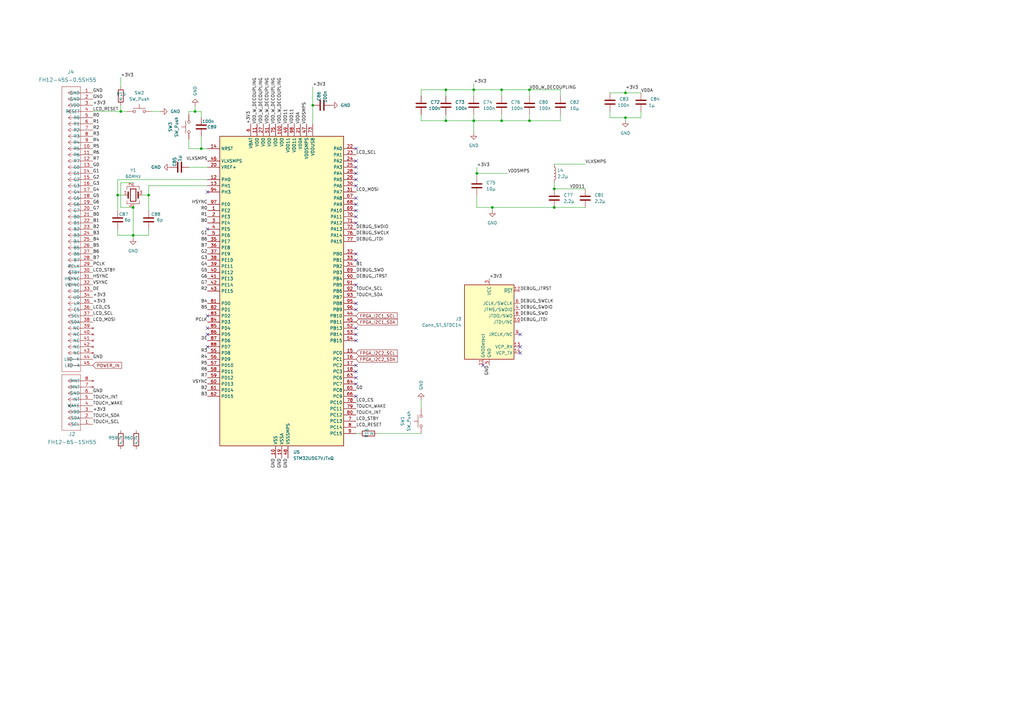
<source format=kicad_sch>
(kicad_sch (version 20250114) (generator "eeschema") (generator_version "9.0")
  (paper "A3")
  (lib_symbols
    (symbol "2025-09-15_09-29-33:FH12-6S-1SH55" (pin_names (offset 0.254))
      (property "Reference" "J" (at 8.89 6.35 0))
      (property "Value" "FH12-6S-1SH55" (at 23.368 6.604 0))
      (symbol "FH12-6S-1SH55_0_1"
        (polyline (pts (xy 5.08 2.54) (xy 5.08 -20.32)) (stroke (width 0.127)))
        (polyline (pts (xy 5.08 -20.32) (xy 12.7 -20.32)) (stroke (width 0.127)))
        (polyline (pts (xy 10.16 0) (xy 5.08 0)) (stroke (width 0.127)))
        (polyline (pts (xy 10.16 0) (xy 8.89 0.8467)) (stroke (width 0.127)))
        (polyline (pts (xy 10.16 0) (xy 8.89 -0.8467)) (stroke (width 0.127)))
        (polyline (pts (xy 10.16 -2.54) (xy 5.08 -2.54)) (stroke (width 0.127)))
        (polyline (pts (xy 10.16 -2.54) (xy 8.89 -1.6933)) (stroke (width 0.127)))
        (polyline (pts (xy 10.16 -2.54) (xy 8.89 -3.3867)) (stroke (width 0.127)))
        (polyline (pts (xy 10.16 -5.08) (xy 5.08 -5.08)) (stroke (width 0.127)))
        (polyline (pts (xy 10.16 -5.08) (xy 8.89 -4.2333)) (stroke (width 0.127)))
        (polyline (pts (xy 10.16 -5.08) (xy 8.89 -5.9267)) (stroke (width 0.127)))
        (polyline (pts (xy 10.16 -7.62) (xy 5.08 -7.62)) (stroke (width 0.127)))
        (polyline (pts (xy 10.16 -7.62) (xy 8.89 -6.7733)) (stroke (width 0.127)))
        (polyline (pts (xy 10.16 -7.62) (xy 8.89 -8.4667)) (stroke (width 0.127)))
        (polyline (pts (xy 10.16 -10.16) (xy 5.08 -10.16)) (stroke (width 0.127)))
        (polyline (pts (xy 10.16 -10.16) (xy 8.89 -9.3133)) (stroke (width 0.127)))
        (polyline (pts (xy 10.16 -10.16) (xy 8.89 -11.0067)) (stroke (width 0.127)))
        (polyline (pts (xy 10.16 -12.7) (xy 5.08 -12.7)) (stroke (width 0.127)))
        (polyline (pts (xy 10.16 -12.7) (xy 8.89 -11.8533)) (stroke (width 0.127)))
        (polyline (pts (xy 10.16 -12.7) (xy 8.89 -13.5467)) (stroke (width 0.127)))
        (polyline (pts (xy 10.16 -15.24) (xy 5.08 -15.24)) (stroke (width 0.127)))
        (polyline (pts (xy 10.16 -15.24) (xy 8.89 -14.3933)) (stroke (width 0.127)))
        (polyline (pts (xy 10.16 -15.24) (xy 8.89 -16.0867)) (stroke (width 0.127)))
        (polyline (pts (xy 10.16 -17.78) (xy 5.08 -17.78)) (stroke (width 0.127)))
        (polyline (pts (xy 10.16 -17.78) (xy 8.89 -16.9333)) (stroke (width 0.127)))
        (polyline (pts (xy 10.16 -17.78) (xy 8.89 -18.6267)) (stroke (width 0.127)))
        (polyline (pts (xy 12.7 2.54) (xy 5.08 2.54)) (stroke (width 0.127)))
        (polyline (pts (xy 12.7 -20.32) (xy 12.7 2.54)) (stroke (width 0.127)))
      )
      (symbol "FH12-6S-1SH55_1_1"
        (pin input line (at 0 0 0) (length 5.08) (name "SCL") (number "1"))
        (pin bidirectional line (at 0 -2.54 0) (length 5.08) (name "SDA") (number "2"))
        (pin power_in line (at 0 -5.08 0) (length 5.08) (name "VDD") (number "3"))
        (pin input line (at 0 -7.62 0) (length 5.08) (name "WAKE") (number "4"))
        (pin output line (at 0 -10.16 0) (length 5.08) (name "INT") (number "5"))
        (pin power_in line (at 0 -12.7 0) (length 5.08) (name "GND") (number "6"))
        (pin no_connect line (at 0 -15.24 0) (length 5.08) (name "MNT") (number "7"))
        (pin no_connect line (at 0 -17.78 0) (length 5.08) (name "MNT") (number "8"))
      )
    )
    (symbol "2025-09-15_10-55-53:FH12-45S-0.5SH55" (pin_names (offset 0.254))
      (property "Reference" "J4" (at 17.78 -55.88 90))
      (property "Value" "FH12-45S-0.5SH55" (at 15.24 -55.88 90))
      (symbol "FH12-45S-0.5SH55_0_1"
        (polyline (pts (xy 5.08 2.54) (xy 5.08 -114.3)) (stroke (width 0.127)))
        (polyline (pts (xy 5.08 -114.3) (xy 12.7 -114.3)) (stroke (width 0.127)))
        (polyline (pts (xy 10.16 0) (xy 5.08 0)) (stroke (width 0.127)))
        (polyline (pts (xy 10.16 0) (xy 8.89 0.8467)) (stroke (width 0.127)))
        (polyline (pts (xy 10.16 0) (xy 8.89 -0.8467)) (stroke (width 0.127)))
        (polyline (pts (xy 10.16 -2.54) (xy 5.08 -2.54)) (stroke (width 0.127)))
        (polyline (pts (xy 10.16 -2.54) (xy 8.89 -1.6933)) (stroke (width 0.127)))
        (polyline (pts (xy 10.16 -2.54) (xy 8.89 -3.3867)) (stroke (width 0.127)))
        (polyline (pts (xy 10.16 -5.08) (xy 5.08 -5.08)) (stroke (width 0.127)))
        (polyline (pts (xy 10.16 -5.08) (xy 8.89 -4.2333)) (stroke (width 0.127)))
        (polyline (pts (xy 10.16 -5.08) (xy 8.89 -5.9267)) (stroke (width 0.127)))
        (polyline (pts (xy 10.16 -7.62) (xy 5.08 -7.62)) (stroke (width 0.127)))
        (polyline (pts (xy 10.16 -7.62) (xy 8.89 -6.7733)) (stroke (width 0.127)))
        (polyline (pts (xy 10.16 -7.62) (xy 8.89 -8.4667)) (stroke (width 0.127)))
        (polyline (pts (xy 10.16 -10.16) (xy 5.08 -10.16)) (stroke (width 0.127)))
        (polyline (pts (xy 10.16 -10.16) (xy 8.89 -9.3133)) (stroke (width 0.127)))
        (polyline (pts (xy 10.16 -10.16) (xy 8.89 -11.0067)) (stroke (width 0.127)))
        (polyline (pts (xy 10.16 -12.7) (xy 5.08 -12.7)) (stroke (width 0.127)))
        (polyline (pts (xy 10.16 -12.7) (xy 8.89 -11.8533)) (stroke (width 0.127)))
        (polyline (pts (xy 10.16 -12.7) (xy 8.89 -13.5467)) (stroke (width 0.127)))
        (polyline (pts (xy 10.16 -15.24) (xy 5.08 -15.24)) (stroke (width 0.127)))
        (polyline (pts (xy 10.16 -15.24) (xy 8.89 -14.3933)) (stroke (width 0.127)))
        (polyline (pts (xy 10.16 -15.24) (xy 8.89 -16.0867)) (stroke (width 0.127)))
        (polyline (pts (xy 10.16 -17.78) (xy 5.08 -17.78)) (stroke (width 0.127)))
        (polyline (pts (xy 10.16 -17.78) (xy 8.89 -16.9333)) (stroke (width 0.127)))
        (polyline (pts (xy 10.16 -17.78) (xy 8.89 -18.6267)) (stroke (width 0.127)))
        (polyline (pts (xy 10.16 -20.32) (xy 5.08 -20.32)) (stroke (width 0.127)))
        (polyline (pts (xy 10.16 -20.32) (xy 8.89 -19.4733)) (stroke (width 0.127)))
        (polyline (pts (xy 10.16 -20.32) (xy 8.89 -21.1667)) (stroke (width 0.127)))
        (polyline (pts (xy 10.16 -22.86) (xy 5.08 -22.86)) (stroke (width 0.127)))
        (polyline (pts (xy 10.16 -22.86) (xy 8.89 -22.0133)) (stroke (width 0.127)))
        (polyline (pts (xy 10.16 -22.86) (xy 8.89 -23.7067)) (stroke (width 0.127)))
        (polyline (pts (xy 10.16 -25.4) (xy 5.08 -25.4)) (stroke (width 0.127)))
        (polyline (pts (xy 10.16 -25.4) (xy 8.89 -24.5533)) (stroke (width 0.127)))
        (polyline (pts (xy 10.16 -25.4) (xy 8.89 -26.2467)) (stroke (width 0.127)))
        (polyline (pts (xy 10.16 -27.94) (xy 5.08 -27.94)) (stroke (width 0.127)))
        (polyline (pts (xy 10.16 -27.94) (xy 8.89 -27.0933)) (stroke (width 0.127)))
        (polyline (pts (xy 10.16 -27.94) (xy 8.89 -28.7867)) (stroke (width 0.127)))
        (polyline (pts (xy 10.16 -30.48) (xy 5.08 -30.48)) (stroke (width 0.127)))
        (polyline (pts (xy 10.16 -30.48) (xy 8.89 -29.6333)) (stroke (width 0.127)))
        (polyline (pts (xy 10.16 -30.48) (xy 8.89 -31.3267)) (stroke (width 0.127)))
        (polyline (pts (xy 10.16 -33.02) (xy 5.08 -33.02)) (stroke (width 0.127)))
        (polyline (pts (xy 10.16 -33.02) (xy 8.89 -32.1733)) (stroke (width 0.127)))
        (polyline (pts (xy 10.16 -33.02) (xy 8.89 -33.8667)) (stroke (width 0.127)))
        (polyline (pts (xy 10.16 -35.56) (xy 5.08 -35.56)) (stroke (width 0.127)))
        (polyline (pts (xy 10.16 -35.56) (xy 8.89 -34.7133)) (stroke (width 0.127)))
        (polyline (pts (xy 10.16 -35.56) (xy 8.89 -36.4067)) (stroke (width 0.127)))
        (polyline (pts (xy 10.16 -38.1) (xy 5.08 -38.1)) (stroke (width 0.127)))
        (polyline (pts (xy 10.16 -38.1) (xy 8.89 -37.2533)) (stroke (width 0.127)))
        (polyline (pts (xy 10.16 -38.1) (xy 8.89 -38.9467)) (stroke (width 0.127)))
        (polyline (pts (xy 10.16 -40.64) (xy 5.08 -40.64)) (stroke (width 0.127)))
        (polyline (pts (xy 10.16 -40.64) (xy 8.89 -39.7933)) (stroke (width 0.127)))
        (polyline (pts (xy 10.16 -40.64) (xy 8.89 -41.4867)) (stroke (width 0.127)))
        (polyline (pts (xy 10.16 -43.18) (xy 5.08 -43.18)) (stroke (width 0.127)))
        (polyline (pts (xy 10.16 -43.18) (xy 8.89 -42.3333)) (stroke (width 0.127)))
        (polyline (pts (xy 10.16 -43.18) (xy 8.89 -44.0267)) (stroke (width 0.127)))
        (polyline (pts (xy 10.16 -45.72) (xy 5.08 -45.72)) (stroke (width 0.127)))
        (polyline (pts (xy 10.16 -45.72) (xy 8.89 -44.8733)) (stroke (width 0.127)))
        (polyline (pts (xy 10.16 -45.72) (xy 8.89 -46.5667)) (stroke (width 0.127)))
        (polyline (pts (xy 10.16 -48.26) (xy 5.08 -48.26)) (stroke (width 0.127)))
        (polyline (pts (xy 10.16 -48.26) (xy 8.89 -47.4133)) (stroke (width 0.127)))
        (polyline (pts (xy 10.16 -48.26) (xy 8.89 -49.1067)) (stroke (width 0.127)))
        (polyline (pts (xy 10.16 -50.8) (xy 5.08 -50.8)) (stroke (width 0.127)))
        (polyline (pts (xy 10.16 -50.8) (xy 8.89 -49.9533)) (stroke (width 0.127)))
        (polyline (pts (xy 10.16 -50.8) (xy 8.89 -51.6467)) (stroke (width 0.127)))
        (polyline (pts (xy 10.16 -53.34) (xy 5.08 -53.34)) (stroke (width 0.127)))
        (polyline (pts (xy 10.16 -53.34) (xy 8.89 -52.4933)) (stroke (width 0.127)))
        (polyline (pts (xy 10.16 -53.34) (xy 8.89 -54.1867)) (stroke (width 0.127)))
        (polyline (pts (xy 10.16 -55.88) (xy 5.08 -55.88)) (stroke (width 0.127)))
        (polyline (pts (xy 10.16 -55.88) (xy 8.89 -55.0333)) (stroke (width 0.127)))
        (polyline (pts (xy 10.16 -55.88) (xy 8.89 -56.7267)) (stroke (width 0.127)))
        (polyline (pts (xy 10.16 -58.42) (xy 5.08 -58.42)) (stroke (width 0.127)))
        (polyline (pts (xy 10.16 -58.42) (xy 8.89 -57.5733)) (stroke (width 0.127)))
        (polyline (pts (xy 10.16 -58.42) (xy 8.89 -59.2667)) (stroke (width 0.127)))
        (polyline (pts (xy 10.16 -60.96) (xy 5.08 -60.96)) (stroke (width 0.127)))
        (polyline (pts (xy 10.16 -60.96) (xy 8.89 -60.1133)) (stroke (width 0.127)))
        (polyline (pts (xy 10.16 -60.96) (xy 8.89 -61.8067)) (stroke (width 0.127)))
        (polyline (pts (xy 10.16 -63.5) (xy 5.08 -63.5)) (stroke (width 0.127)))
        (polyline (pts (xy 10.16 -63.5) (xy 8.89 -62.6533)) (stroke (width 0.127)))
        (polyline (pts (xy 10.16 -63.5) (xy 8.89 -64.3467)) (stroke (width 0.127)))
        (polyline (pts (xy 10.16 -66.04) (xy 5.08 -66.04)) (stroke (width 0.127)))
        (polyline (pts (xy 10.16 -66.04) (xy 8.89 -65.1933)) (stroke (width 0.127)))
        (polyline (pts (xy 10.16 -66.04) (xy 8.89 -66.8867)) (stroke (width 0.127)))
        (polyline (pts (xy 10.16 -68.58) (xy 5.08 -68.58)) (stroke (width 0.127)))
        (polyline (pts (xy 10.16 -68.58) (xy 8.89 -67.7333)) (stroke (width 0.127)))
        (polyline (pts (xy 10.16 -68.58) (xy 8.89 -69.4267)) (stroke (width 0.127)))
        (polyline (pts (xy 10.16 -71.12) (xy 5.08 -71.12)) (stroke (width 0.127)))
        (polyline (pts (xy 10.16 -71.12) (xy 8.89 -70.2733)) (stroke (width 0.127)))
        (polyline (pts (xy 10.16 -71.12) (xy 8.89 -71.9667)) (stroke (width 0.127)))
        (polyline (pts (xy 10.16 -73.66) (xy 5.08 -73.66)) (stroke (width 0.127)))
        (polyline (pts (xy 10.16 -73.66) (xy 8.89 -72.8133)) (stroke (width 0.127)))
        (polyline (pts (xy 10.16 -73.66) (xy 8.89 -74.5067)) (stroke (width 0.127)))
        (polyline (pts (xy 10.16 -76.2) (xy 5.08 -76.2)) (stroke (width 0.127)))
        (polyline (pts (xy 10.16 -76.2) (xy 8.89 -75.3533)) (stroke (width 0.127)))
        (polyline (pts (xy 10.16 -76.2) (xy 8.89 -77.0467)) (stroke (width 0.127)))
        (polyline (pts (xy 10.16 -78.74) (xy 5.08 -78.74)) (stroke (width 0.127)))
        (polyline (pts (xy 10.16 -78.74) (xy 8.89 -77.8933)) (stroke (width 0.127)))
        (polyline (pts (xy 10.16 -78.74) (xy 8.89 -79.5867)) (stroke (width 0.127)))
        (polyline (pts (xy 10.16 -81.28) (xy 5.08 -81.28)) (stroke (width 0.127)))
        (polyline (pts (xy 10.16 -81.28) (xy 8.89 -80.4333)) (stroke (width 0.127)))
        (polyline (pts (xy 10.16 -81.28) (xy 8.89 -82.1267)) (stroke (width 0.127)))
        (polyline (pts (xy 10.16 -83.82) (xy 5.08 -83.82)) (stroke (width 0.127)))
        (polyline (pts (xy 10.16 -83.82) (xy 8.89 -82.9733)) (stroke (width 0.127)))
        (polyline (pts (xy 10.16 -83.82) (xy 8.89 -84.6667)) (stroke (width 0.127)))
        (polyline (pts (xy 10.16 -86.36) (xy 5.08 -86.36)) (stroke (width 0.127)))
        (polyline (pts (xy 10.16 -86.36) (xy 8.89 -85.5133)) (stroke (width 0.127)))
        (polyline (pts (xy 10.16 -86.36) (xy 8.89 -87.2067)) (stroke (width 0.127)))
        (polyline (pts (xy 10.16 -88.9) (xy 5.08 -88.9)) (stroke (width 0.127)))
        (polyline (pts (xy 10.16 -88.9) (xy 8.89 -88.0533)) (stroke (width 0.127)))
        (polyline (pts (xy 10.16 -88.9) (xy 8.89 -89.7467)) (stroke (width 0.127)))
        (polyline (pts (xy 10.16 -91.44) (xy 5.08 -91.44)) (stroke (width 0.127)))
        (polyline (pts (xy 10.16 -91.44) (xy 8.89 -90.5933)) (stroke (width 0.127)))
        (polyline (pts (xy 10.16 -91.44) (xy 8.89 -92.2867)) (stroke (width 0.127)))
        (polyline (pts (xy 10.16 -93.98) (xy 5.08 -93.98)) (stroke (width 0.127)))
        (polyline (pts (xy 10.16 -93.98) (xy 8.89 -93.1333)) (stroke (width 0.127)))
        (polyline (pts (xy 10.16 -93.98) (xy 8.89 -94.8267)) (stroke (width 0.127)))
        (polyline (pts (xy 10.16 -96.52) (xy 5.08 -96.52)) (stroke (width 0.127)))
        (polyline (pts (xy 10.16 -96.52) (xy 8.89 -95.6733)) (stroke (width 0.127)))
        (polyline (pts (xy 10.16 -96.52) (xy 8.89 -97.3667)) (stroke (width 0.127)))
        (polyline (pts (xy 10.16 -99.06) (xy 5.08 -99.06)) (stroke (width 0.127)))
        (polyline (pts (xy 10.16 -99.06) (xy 8.89 -98.2133)) (stroke (width 0.127)))
        (polyline (pts (xy 10.16 -99.06) (xy 8.89 -99.9067)) (stroke (width 0.127)))
        (polyline (pts (xy 10.16 -101.6) (xy 5.08 -101.6)) (stroke (width 0.127)))
        (polyline (pts (xy 10.16 -101.6) (xy 8.89 -100.7533)) (stroke (width 0.127)))
        (polyline (pts (xy 10.16 -101.6) (xy 8.89 -102.4467)) (stroke (width 0.127)))
        (polyline (pts (xy 10.16 -104.14) (xy 5.08 -104.14)) (stroke (width 0.127)))
        (polyline (pts (xy 10.16 -104.14) (xy 8.89 -103.2933)) (stroke (width 0.127)))
        (polyline (pts (xy 10.16 -104.14) (xy 8.89 -104.9867)) (stroke (width 0.127)))
        (polyline (pts (xy 10.16 -106.68) (xy 5.08 -106.68)) (stroke (width 0.127)))
        (polyline (pts (xy 10.16 -106.68) (xy 8.89 -105.8333)) (stroke (width 0.127)))
        (polyline (pts (xy 10.16 -106.68) (xy 8.89 -107.5267)) (stroke (width 0.127)))
        (polyline (pts (xy 10.16 -109.22) (xy 5.08 -109.22)) (stroke (width 0.127)))
        (polyline (pts (xy 10.16 -109.22) (xy 8.89 -108.3733)) (stroke (width 0.127)))
        (polyline (pts (xy 10.16 -109.22) (xy 8.89 -110.0667)) (stroke (width 0.127)))
        (polyline (pts (xy 10.16 -111.76) (xy 5.08 -111.76)) (stroke (width 0.127)))
        (polyline (pts (xy 10.16 -111.76) (xy 8.89 -110.9133)) (stroke (width 0.127)))
        (polyline (pts (xy 10.16 -111.76) (xy 8.89 -112.6067)) (stroke (width 0.127)))
        (polyline (pts (xy 12.7 2.54) (xy 5.08 2.54)) (stroke (width 0.127)))
        (polyline (pts (xy 12.7 -114.3) (xy 12.7 2.54)) (stroke (width 0.127)))
      )
      (symbol "FH12-45S-0.5SH55_1_1"
        (pin power_in line (at 0 0 0) (length 5.08) (name "GND") (number "1"))
        (pin power_in line (at 0 -2.54 0) (length 5.08) (name "GND") (number "2"))
        (pin power_in line (at 0 -5.08 0) (length 5.08) (name "VDD") (number "3"))
        (pin input line (at 0 -7.62 0) (length 5.08) (name "RESET") (number "4"))
        (pin input line (at 0 -10.16 0) (length 5.08) (name "R0") (number "5"))
        (pin input line (at 0 -12.7 0) (length 5.08) (name "R1") (number "6"))
        (pin input line (at 0 -15.24 0) (length 5.08) (name "R2") (number "7"))
        (pin input line (at 0 -17.78 0) (length 5.08) (name "R3") (number "8"))
        (pin input line (at 0 -20.32 0) (length 5.08) (name "R4") (number "9"))
        (pin input line (at 0 -22.86 0) (length 5.08) (name "R5") (number "10"))
        (pin input line (at 0 -25.4 0) (length 5.08) (name "R6") (number "11"))
        (pin input line (at 0 -27.94 0) (length 5.08) (name "R7") (number "12"))
        (pin input line (at 0 -30.48 0) (length 5.08) (name "G0") (number "13"))
        (pin input line (at 0 -33.02 0) (length 5.08) (name "G1") (number "14"))
        (pin input line (at 0 -35.56 0) (length 5.08) (name "G2") (number "15"))
        (pin input line (at 0 -38.1 0) (length 5.08) (name "G3") (number "16"))
        (pin input line (at 0 -40.64 0) (length 5.08) (name "G4") (number "17"))
        (pin input line (at 0 -43.18 0) (length 5.08) (name "G5") (number "18"))
        (pin input line (at 0 -45.72 0) (length 5.08) (name "G6") (number "19"))
        (pin input line (at 0 -48.26 0) (length 5.08) (name "G7") (number "20"))
        (pin input line (at 0 -50.8 0) (length 5.08) (name "B0") (number "21"))
        (pin input line (at 0 -53.34 0) (length 5.08) (name "B1") (number "22"))
        (pin input line (at 0 -55.88 0) (length 5.08) (name "B2") (number "23"))
        (pin input line (at 0 -58.42 0) (length 5.08) (name "B3") (number "24"))
        (pin input line (at 0 -60.96 0) (length 5.08) (name "B4") (number "25"))
        (pin input line (at 0 -63.5 0) (length 5.08) (name "B5") (number "26"))
        (pin input line (at 0 -66.04 0) (length 5.08) (name "B6") (number "27"))
        (pin input line (at 0 -68.58 0) (length 5.08) (name "B7") (number "28"))
        (pin input line (at 0 -71.12 0) (length 5.08) (name "PCLK") (number "29"))
        (pin input line (at 0 -73.66 0) (length 5.08) (name "STBY") (number "30"))
        (pin input line (at 0 -76.2 0) (length 5.08) (name "HSYNC") (number "31"))
        (pin input line (at 0 -78.74 0) (length 5.08) (name "VSYNC") (number "32"))
        (pin input line (at 0 -81.28 0) (length 5.08) (name "DE") (number "33"))
        (pin input line (at 0 -83.82 0) (length 5.08) (name "UD") (number "34"))
        (pin input line (at 0 -86.36 0) (length 5.08) (name "LR") (number "35"))
        (pin input line (at 0 -88.9 0) (length 5.08) (name "CS") (number "36"))
        (pin input line (at 0 -91.44 0) (length 5.08) (name "SCL") (number "37"))
        (pin bidirectional line (at 0 -93.98 0) (length 5.08) (name "SDA") (number "38"))
        (pin no_connect line (at 0 -96.52 0) (length 5.08) (name "NC") (number "39"))
        (pin no_connect line (at 0 -99.06 0) (length 5.08) (name "NC") (number "40"))
        (pin no_connect line (at 0 -101.6 0) (length 5.08) (name "NC") (number "41"))
        (pin no_connect line (at 0 -104.14 0) (length 5.08) (name "NC") (number "42"))
        (pin no_connect line (at 0 -106.68 0) (length 5.08) (name "NC") (number "43"))
        (pin power_in line (at 0 -109.22 0) (length 5.08) (name "LED-K") (number "44"))
        (pin power_in line (at 0 -111.76 0) (length 5.08) (name "LED-A") (number "45"))
      )
    )
    (symbol "Connector:Conn_ST_STDC14"
      (property "Reference" "J" (at -8.89 16.51 0))
      (property "Value" "Conn_ST_STDC14" (at 17.78 16.51 0))
      (symbol "Conn_ST_STDC14_0_1"
        (rectangle (start -10.16 15.24) (end 10.16 -15.24) (stroke (width 0.254)) (fill (type background)))
      )
      (symbol "Conn_ST_STDC14_1_1"
        (pin no_connect line (at -10.16 5.08 0) (length 2.54) (hide yes) (name "NC") (number "1"))
        (pin no_connect line (at -10.16 2.54 0) (length 2.54) (hide yes) (name "NC") (number "2"))
        (pin passive line (at -2.54 -17.78 90) (length 2.54) (name "GNDDetect") (number "11"))
        (pin power_in line (at 0 17.78 270) (length 2.54) (name "VCC") (number "3"))
        (pin power_in line (at 0 -17.78 90) (length 2.54) (name "GND") (number "5"))
        (pin passive line (at 0 -17.78 90) (length 2.54) (hide yes) (name "GND") (number "7"))
        (pin open_collector line (at 12.7 12.7 180) (length 2.54) (name "~{RST}") (number "12"))
        (pin output line (at 12.7 7.62 180) (length 2.54) (name "JCLK/SWCLK") (number "6"))
        (pin bidirectional line (at 12.7 5.08 180) (length 2.54) (name "JTMS/SWDIO") (number "4"))
        (pin input line (at 12.7 2.54 180) (length 2.54) (name "JTDO/SWO") (number "8"))
        (pin output line (at 12.7 0 180) (length 2.54) (name "JTDI/NC") (number "10"))
        (pin input line (at 12.7 -5.08 180) (length 2.54) (name "JRCLK/NC") (number "9"))
        (pin output line (at 12.7 -10.16 180) (length 2.54) (name "VCP_RX") (number "13"))
        (pin input line (at 12.7 -12.7 180) (length 2.54) (name "VCP_TX") (number "14"))
      )
    )
    (symbol "Device:C" (pin_numbers (hide yes)) (pin_names (offset 0.254))
      (property "Reference" "C" (at 0.635 2.54 0))
      (property "Value" "C" (at 0.635 -2.54 0))
      (symbol "C_0_1"
        (polyline (pts (xy -2.032 0.762) (xy 2.032 0.762)) (stroke (width 0.508)))
        (polyline (pts (xy -2.032 -0.762) (xy 2.032 -0.762)) (stroke (width 0.508)))
      )
      (symbol "C_1_1"
        (pin passive line (at 0 3.81 270) (length 2.794) (name "~") (number "1"))
        (pin passive line (at 0 -3.81 90) (length 2.794) (name "~") (number "2"))
      )
    )
    (symbol "Device:Crystal_GND24" (pin_names (offset 1.016) (hide yes))
      (property "Reference" "Y" (at 3.175 5.08 0))
      (property "Value" "Crystal_GND24" (at 3.175 3.175 0))
      (symbol "Crystal_GND24_0_1"
        (polyline (pts (xy -2.54 2.286) (xy -2.54 3.556) (xy 2.54 3.556) (xy 2.54 2.286)))
        (polyline (pts (xy -2.54 0) (xy -2.032 0)))
        (polyline (pts (xy -2.54 -2.286) (xy -2.54 -3.556) (xy 2.54 -3.556) (xy 2.54 -2.286)))
        (polyline (pts (xy -2.032 -1.27) (xy -2.032 1.27)) (stroke (width 0.508)))
        (rectangle (start -1.143 2.54) (end 1.143 -2.54) (stroke (width 0.3048)))
        (polyline (pts (xy 0 3.556) (xy 0 3.81)))
        (polyline (pts (xy 0 -3.81) (xy 0 -3.556)))
        (polyline (pts (xy 2.032 0) (xy 2.54 0)))
        (polyline (pts (xy 2.032 -1.27) (xy 2.032 1.27)) (stroke (width 0.508)))
      )
      (symbol "Crystal_GND24_1_1"
        (pin passive line (at -3.81 0 0) (length 1.27) (name "1") (number "1"))
        (pin passive line (at 0 5.08 270) (length 1.27) (name "2") (number "2"))
        (pin passive line (at 0 -5.08 90) (length 1.27) (name "4") (number "4"))
        (pin passive line (at 3.81 0 180) (length 1.27) (name "3") (number "3"))
      )
    )
    (symbol "Device:L" (pin_numbers (hide yes)) (pin_names (offset 1.016) (hide yes))
      (property "Reference" "L" (at -1.27 0 90))
      (property "Value" "L" (at 1.905 0 90))
      (symbol "L_0_1"
        (arc (start 0 2.54) (mid 0.6323 1.905) (end 0 1.27))
        (arc (start 0 1.27) (mid 0.6323 0.635) (end 0 0))
        (arc (start 0 0) (mid 0.6323 -0.635) (end 0 -1.27))
        (arc (start 0 -1.27) (mid 0.6323 -1.905) (end 0 -2.54))
      )
      (symbol "L_1_1"
        (pin passive line (at 0 3.81 270) (length 1.27) (name "1") (number "1"))
        (pin passive line (at 0 -3.81 90) (length 1.27) (name "2") (number "2"))
      )
    )
    (symbol "Device:R" (pin_numbers (hide yes)) (pin_names (offset 0))
      (property "Reference" "R" (at 2.032 0 90))
      (property "Value" "R" (at 0 0 90))
      (symbol "R_0_1"
        (rectangle (start -1.016 -2.54) (end 1.016 2.54) (stroke (width 0.254)))
      )
      (symbol "R_1_1"
        (pin passive line (at 0 3.81 270) (length 1.27) (name "~") (number "1"))
        (pin passive line (at 0 -3.81 90) (length 1.27) (name "~") (number "2"))
      )
    )
    (symbol "MCU_ST_STM32U5:STM32U5G7VJTxQ"
      (property "Reference" "U" (at -25.4 64.77 0))
      (property "Value" "STM32U5G7VJTxQ" (at 15.24 64.77 0))
      (symbol "STM32U5G7VJTxQ_0_1"
        (rectangle (start -25.4 -63.5) (end 25.4 63.5) (stroke (width 0.254)) (fill (type background)))
      )
      (symbol "STM32U5G7VJTxQ_1_1"
        (pin input line (at -30.48 58.42 0) (length 5.08) (name "NRST") (number "14"))
        (pin power_in line (at -30.48 53.34 0) (length 5.08) (name "VLXSMPS") (number "46"))
        (pin input line (at -30.48 50.8 0) (length 5.08) (name "VREF+") (number "20"))
        (pin bidirectional line (at -30.48 45.72 0) (length 5.08) (name "PH0") (number "12"))
        (pin bidirectional line (at -30.48 43.18 0) (length 5.08) (name "PH1") (number "13"))
        (pin bidirectional line (at -30.48 40.64 0) (length 5.08) (name "PH3") (number "94"))
        (pin bidirectional line (at -30.48 35.56 0) (length 5.08) (name "PE0") (number "97"))
        (pin bidirectional line (at -30.48 33.02 0) (length 5.08) (name "PE2") (number "1"))
        (pin bidirectional line (at -30.48 30.48 0) (length 5.08) (name "PE3") (number "2"))
        (pin bidirectional line (at -30.48 27.94 0) (length 5.08) (name "PE4") (number "3"))
        (pin bidirectional line (at -30.48 25.4 0) (length 5.08) (name "PE5") (number "4"))
        (pin bidirectional line (at -30.48 22.86 0) (length 5.08) (name "PE6") (number "5"))
        (pin bidirectional line (at -30.48 20.32 0) (length 5.08) (name "PE7") (number "35"))
        (pin bidirectional line (at -30.48 17.78 0) (length 5.08) (name "PE8") (number "36"))
        (pin bidirectional line (at -30.48 15.24 0) (length 5.08) (name "PE9") (number "37"))
        (pin bidirectional line (at -30.48 12.7 0) (length 5.08) (name "PE10") (number "38"))
        (pin bidirectional line (at -30.48 10.16 0) (length 5.08) (name "PE11") (number "39"))
        (pin bidirectional line (at -30.48 7.62 0) (length 5.08) (name "PE12") (number "40"))
        (pin bidirectional line (at -30.48 5.08 0) (length 5.08) (name "PE13") (number "41"))
        (pin bidirectional line (at -30.48 2.54 0) (length 5.08) (name "PE14") (number "42"))
        (pin bidirectional line (at -30.48 0 0) (length 5.08) (name "PE15") (number "43"))
        (pin bidirectional line (at -30.48 -5.08 0) (length 5.08) (name "PD0") (number "81"))
        (pin bidirectional line (at -30.48 -7.62 0) (length 5.08) (name "PD1") (number "82"))
        (pin bidirectional line (at -30.48 -10.16 0) (length 5.08) (name "PD2") (number "83"))
        (pin bidirectional line (at -30.48 -12.7 0) (length 5.08) (name "PD3") (number "84"))
        (pin bidirectional line (at -30.48 -15.24 0) (length 5.08) (name "PD4") (number "85"))
        (pin bidirectional line (at -30.48 -17.78 0) (length 5.08) (name "PD5") (number "86"))
        (pin bidirectional line (at -30.48 -20.32 0) (length 5.08) (name "PD6") (number "87"))
        (pin bidirectional line (at -30.48 -22.86 0) (length 5.08) (name "PD7") (number "88"))
        (pin bidirectional line (at -30.48 -25.4 0) (length 5.08) (name "PD8") (number "55"))
        (pin bidirectional line (at -30.48 -27.94 0) (length 5.08) (name "PD9") (number "56"))
        (pin bidirectional line (at -30.48 -30.48 0) (length 5.08) (name "PD10") (number "57"))
        (pin bidirectional line (at -30.48 -33.02 0) (length 5.08) (name "PD11") (number "58"))
        (pin bidirectional line (at -30.48 -35.56 0) (length 5.08) (name "PD12") (number "59"))
        (pin bidirectional line (at -30.48 -38.1 0) (length 5.08) (name "PD13") (number "60"))
        (pin bidirectional line (at -30.48 -40.64 0) (length 5.08) (name "PD14") (number "61"))
        (pin bidirectional line (at -30.48 -43.18 0) (length 5.08) (name "PD15") (number "62"))
        (pin power_in line (at -12.7 68.58 270) (length 5.08) (name "VBAT") (number "6"))
        (pin power_in line (at -10.16 68.58 270) (length 5.08) (name "VDD") (number "11"))
        (pin power_in line (at -7.62 68.58 270) (length 5.08) (name "VDD") (number "27"))
        (pin power_in line (at -5.08 68.58 270) (length 5.08) (name "VDD") (number "51"))
        (pin power_in line (at -2.54 68.58 270) (length 5.08) (name "VDD") (number "75"))
        (pin power_in line (at -2.54 -68.58 90) (length 5.08) (name "VSS") (number "10"))
        (pin passive line (at -2.54 -68.58 90) (length 5.08) (hide yes) (name "VSS") (number "26"))
        (pin passive line (at -2.54 -68.58 90) (length 5.08) (hide yes) (name "VSS") (number "50"))
        (pin passive line (at -2.54 -68.58 90) (length 5.08) (hide yes) (name "VSS") (number "74"))
        (pin passive line (at -2.54 -68.58 90) (length 5.08) (hide yes) (name "VSS") (number "99"))
        (pin power_in line (at 0 68.58 270) (length 5.08) (name "VDD") (number "100"))
        (pin power_in line (at 0 -68.58 90) (length 5.08) (name "VSSA") (number "19"))
        (pin power_in line (at 2.54 68.58 270) (length 5.08) (name "VDD11") (number "49"))
        (pin power_in line (at 2.54 -68.58 90) (length 5.08) (name "VSSSMPS") (number "48"))
        (pin power_in line (at 5.08 68.58 270) (length 5.08) (name "VDD11") (number "98"))
        (pin power_in line (at 7.62 68.58 270) (length 5.08) (name "VDDA") (number "21"))
        (pin power_in line (at 10.16 68.58 270) (length 5.08) (name "VDDSMPS") (number "47"))
        (pin power_in line (at 12.7 68.58 270) (length 5.08) (name "VDDUSB") (number "73"))
        (pin bidirectional line (at 30.48 58.42 180) (length 5.08) (name "PA0") (number "22"))
        (pin bidirectional line (at 30.48 55.88 180) (length 5.08) (name "PA1") (number "23"))
        (pin bidirectional line (at 30.48 53.34 180) (length 5.08) (name "PA2") (number "24"))
        (pin bidirectional line (at 30.48 50.8 180) (length 5.08) (name "PA3") (number "25"))
        (pin bidirectional line (at 30.48 48.26 180) (length 5.08) (name "PA4") (number "28"))
        (pin bidirectional line (at 30.48 45.72 180) (length 5.08) (name "PA5") (number "29"))
        (pin bidirectional line (at 30.48 43.18 180) (length 5.08) (name "PA6") (number "30"))
        (pin bidirectional line (at 30.48 40.64 180) (length 5.08) (name "PA7") (number "31"))
        (pin bidirectional line (at 30.48 38.1 180) (length 5.08) (name "PA8") (number "67"))
        (pin bidirectional line (at 30.48 35.56 180) (length 5.08) (name "PA9") (number "68"))
        (pin bidirectional line (at 30.48 33.02 180) (length 5.08) (name "PA10") (number "69"))
        (pin bidirectional line (at 30.48 30.48 180) (length 5.08) (name "PA11") (number "70"))
        (pin bidirectional line (at 30.48 27.94 180) (length 5.08) (name "PA12") (number "71"))
        (pin bidirectional line (at 30.48 25.4 180) (length 5.08) (name "PA13") (number "72"))
        (pin bidirectional line (at 30.48 22.86 180) (length 5.08) (name "PA14") (number "76"))
        (pin bidirectional line (at 30.48 20.32 180) (length 5.08) (name "PA15") (number "77"))
        (pin bidirectional line (at 30.48 15.24 180) (length 5.08) (name "PB0") (number "32"))
        (pin bidirectional line (at 30.48 12.7 180) (length 5.08) (name "PB1") (number "33"))
        (pin bidirectional line (at 30.48 10.16 180) (length 5.08) (name "PB2") (number "34"))
        (pin bidirectional line (at 30.48 7.62 180) (length 5.08) (name "PB3") (number "89"))
        (pin bidirectional line (at 30.48 5.08 180) (length 5.08) (name "PB4") (number "90"))
        (pin bidirectional line (at 30.48 2.54 180) (length 5.08) (name "PB5") (number "91"))
        (pin bidirectional line (at 30.48 0 180) (length 5.08) (name "PB6") (number "92"))
        (pin bidirectional line (at 30.48 -2.54 180) (length 5.08) (name "PB7") (number "93"))
        (pin bidirectional line (at 30.48 -5.08 180) (length 5.08) (name "PB8") (number "95"))
        (pin bidirectional line (at 30.48 -7.62 180) (length 5.08) (name "PB9") (number "96"))
        (pin bidirectional line (at 30.48 -10.16 180) (length 5.08) (name "PB10") (number "44"))
        (pin bidirectional line (at 30.48 -12.7 180) (length 5.08) (name "PB11") (number "45"))
        (pin bidirectional line (at 30.48 -15.24 180) (length 5.08) (name "PB13") (number "52"))
        (pin bidirectional line (at 30.48 -17.78 180) (length 5.08) (name "PB14") (number "53"))
        (pin bidirectional line (at 30.48 -20.32 180) (length 5.08) (name "PB15") (number "54"))
        (pin bidirectional line (at 30.48 -25.4 180) (length 5.08) (name "PC0") (number "15"))
        (pin bidirectional line (at 30.48 -27.94 180) (length 5.08) (name "PC1") (number "16"))
        (pin bidirectional line (at 30.48 -30.48 180) (length 5.08) (name "PC2") (number "17"))
        (pin bidirectional line (at 30.48 -33.02 180) (length 5.08) (name "PC3") (number "18"))
        (pin bidirectional line (at 30.48 -35.56 180) (length 5.08) (name "PC6") (number "63"))
        (pin bidirectional line (at 30.48 -38.1 180) (length 5.08) (name "PC7") (number "64"))
        (pin bidirectional line (at 30.48 -40.64 180) (length 5.08) (name "PC8") (number "65"))
        (pin bidirectional line (at 30.48 -43.18 180) (length 5.08) (name "PC9") (number "66"))
        (pin bidirectional line (at 30.48 -45.72 180) (length 5.08) (name "PC10") (number "78"))
        (pin bidirectional line (at 30.48 -48.26 180) (length 5.08) (name "PC11") (number "79"))
        (pin bidirectional line (at 30.48 -50.8 180) (length 5.08) (name "PC12") (number "80"))
        (pin bidirectional line (at 30.48 -53.34 180) (length 5.08) (name "PC13") (number "7"))
        (pin bidirectional line (at 30.48 -55.88 180) (length 5.08) (name "PC14") (number "8"))
        (pin bidirectional line (at 30.48 -58.42 180) (length 5.08) (name "PC15") (number "9"))
      )
    )
    (symbol "Switch:SW_Push" (pin_numbers (hide yes)) (pin_names (offset 1.016) (hide yes))
      (property "Reference" "SW" (at 1.27 2.54 0))
      (property "Value" "SW_Push" (at 0 -1.524 0))
      (symbol "SW_Push_0_1"
        (circle (center -2.032 0) (radius 0.508))
        (polyline (pts (xy 0 1.27) (xy 0 3.048)))
        (circle (center 2.032 0) (radius 0.508))
        (polyline (pts (xy 2.54 1.27) (xy -2.54 1.27)))
        (pin passive line (at -5.08 0 0) (length 2.54) (name "1") (number "1"))
        (pin passive line (at 5.08 0 180) (length 2.54) (name "2") (number "2"))
      )
    )
    (symbol "power:GND" (power) (pin_numbers (hide yes)) (pin_names (offset 0) (hide yes))
      (property "Value" "GND" (at 0 -3.81 0))
      (symbol "GND_0_1"
        (polyline (pts (xy 0 0) (xy 0 -1.27) (xy 1.27 -1.27) (xy 0 -2.54) (xy -1.27 -1.27) (xy 0 -1.27)))
      )
      (symbol "GND_1_1"
        (pin power_in line (at 0 0 270) (length 0) (name "~") (number "1"))
      )
    )
  )
  (junction (at 217.17 36.83))
  (junction (at 182.88 49.53))
  (junction (at 201.93 85.09))
  (junction (at 256.54 38.1))
  (junction (at 205.74 49.53))
  (junction (at 227.33 77.47))
  (junction (at 205.74 36.83))
  (junction (at 48.26 80.01))
  (junction (at 128.27 43.18))
  (junction (at 227.33 85.09))
  (junction (at 217.17 49.53))
  (junction (at 194.31 49.53))
  (junction (at 49.53 45.72))
  (junction (at 194.31 36.83))
  (junction (at 54.61 96.52))
  (junction (at 256.54 48.26))
  (junction (at 195.58 71.12))
  (junction (at 80.01 45.72))
  (junction (at 54.61 85.09))
  (junction (at 182.88 36.83))
  (junction (at 82.55 60.96))
  (junction (at 60.96 80.01))
  (no_connect (at 146.05 139.7))
  (no_connect (at 146.05 127))
  (no_connect (at 146.05 81.28))
  (no_connect (at 198.12 149.86))
  (no_connect (at 146.05 154.94))
  (no_connect (at 85.09 93.98))
  (no_connect (at 213.36 144.78))
  (no_connect (at 146.05 149.86))
  (no_connect (at 146.05 83.82))
  (no_connect (at 146.05 73.66))
  (no_connect (at 146.05 86.36))
  (no_connect (at 146.05 71.12))
  (no_connect (at 146.05 88.9))
  (no_connect (at 146.05 137.16))
  (no_connect (at 146.05 116.84))
  (no_connect (at 85.09 129.54))
  (no_connect (at 146.05 66.04))
  (no_connect (at 146.05 134.62))
  (no_connect (at 146.05 157.48))
  (no_connect (at 146.05 104.14))
  (no_connect (at 146.05 106.68))
  (no_connect (at 146.05 162.56))
  (no_connect (at 146.05 68.58))
  (no_connect (at 213.36 137.16))
  (no_connect (at 85.09 142.24))
  (no_connect (at 213.36 142.24))
  (no_connect (at 146.05 152.4))
  (no_connect (at 85.09 78.74))
  (no_connect (at 146.05 76.2))
  (no_connect (at 85.09 134.62))
  (no_connect (at 146.05 60.96))
  (no_connect (at 146.05 91.44))
  (no_connect (at 146.05 124.46))
  (no_connect (at 85.09 137.16))
  (wire (pts (xy 49.53 74.93) (xy 49.53 85.09)))
  (wire (pts (xy 182.88 46.99) (xy 182.88 49.53)))
  (wire (pts (xy 227.33 67.31) (xy 240.03 67.31)))
  (wire (pts (xy 256.54 48.26) (xy 256.54 49.53)))
  (wire (pts (xy 229.87 36.83) (xy 229.87 39.37)))
  (wire (pts (xy 48.26 80.01) (xy 48.26 86.36)))
  (wire (pts (xy 195.58 80.01) (xy 195.58 85.09)))
  (wire (pts (xy 195.58 85.09) (xy 201.93 85.09)))
  (wire (pts (xy 172.72 46.99) (xy 172.72 49.53)))
  (wire (pts (xy 194.31 36.83) (xy 182.88 36.83)))
  (wire (pts (xy 60.96 80.01) (xy 60.96 86.36)))
  (wire (pts (xy 82.55 45.72) (xy 82.55 48.26)))
  (wire (pts (xy 194.31 49.53) (xy 194.31 54.61)))
  (wire (pts (xy 80.01 45.72) (xy 80.01 43.18)))
  (wire (pts (xy 48.26 93.98) (xy 48.26 96.52)))
  (wire (pts (xy 62.23 45.72) (xy 66.04 45.72)))
  (wire (pts (xy 54.61 96.52) (xy 60.96 96.52)))
  (wire (pts (xy 82.55 60.96) (xy 85.09 60.96)))
  (wire (pts (xy 217.17 49.53) (xy 217.17 46.99)))
  (wire (pts (xy 60.96 80.01) (xy 58.42 80.01)))
  (wire (pts (xy 54.61 96.52) (xy 54.61 97.79)))
  (wire (pts (xy 172.72 36.83) (xy 172.72 39.37)))
  (wire (pts (xy 77.47 57.15) (xy 77.47 60.96)))
  (wire (pts (xy 60.96 76.2) (xy 60.96 80.01)))
  (wire (pts (xy 54.61 85.09) (xy 54.61 96.52)))
  (wire (pts (xy 194.31 36.83) (xy 205.74 36.83)))
  (wire (pts (xy 256.54 36.83) (xy 256.54 38.1)))
  (wire (pts (xy 48.26 80.01) (xy 50.8 80.01)))
  (wire (pts (xy 172.72 167.64) (xy 172.72 163.83)))
  (wire (pts (xy 182.88 36.83) (xy 182.88 39.37)))
  (wire (pts (xy 227.33 77.47) (xy 240.03 77.47)))
  (wire (pts (xy 256.54 38.1) (xy 262.89 38.1)))
  (wire (pts (xy 85.09 76.2) (xy 60.96 76.2)))
  (wire (pts (xy 77.47 46.99) (xy 77.47 45.72)))
  (wire (pts (xy 49.53 31.75) (xy 49.53 35.56)))
  (wire (pts (xy 195.58 71.12) (xy 195.58 72.39)))
  (wire (pts (xy 229.87 49.53) (xy 229.87 46.99)))
  (wire (pts (xy 195.58 68.58) (xy 195.58 71.12)))
  (wire (pts (xy 217.17 36.83) (xy 217.17 39.37)))
  (wire (pts (xy 194.31 34.29) (xy 194.31 36.83)))
  (wire (pts (xy 49.53 43.18) (xy 49.53 45.72)))
  (wire (pts (xy 85.09 73.66) (xy 48.26 73.66)))
  (wire (pts (xy 80.01 45.72) (xy 82.55 45.72)))
  (wire (pts (xy 194.31 36.83) (xy 194.31 39.37)))
  (wire (pts (xy 128.27 43.18) (xy 128.27 50.8)))
  (wire (pts (xy 262.89 48.26) (xy 262.89 45.72)))
  (wire (pts (xy 49.53 45.72) (xy 52.07 45.72)))
  (wire (pts (xy 195.58 71.12) (xy 208.28 71.12)))
  (wire (pts (xy 250.19 38.1) (xy 256.54 38.1)))
  (wire (pts (xy 48.26 96.52) (xy 54.61 96.52)))
  (wire (pts (xy 217.17 49.53) (xy 229.87 49.53)))
  (wire (pts (xy 205.74 49.53) (xy 217.17 49.53)))
  (wire (pts (xy 205.74 36.83) (xy 217.17 36.83)))
  (wire (pts (xy 250.19 45.72) (xy 250.19 48.26)))
  (wire (pts (xy 194.31 49.53) (xy 205.74 49.53)))
  (wire (pts (xy 172.72 49.53) (xy 182.88 49.53)))
  (wire (pts (xy 60.96 93.98) (xy 60.96 96.52)))
  (wire (pts (xy 77.47 68.58) (xy 85.09 68.58)))
  (wire (pts (xy 205.74 46.99) (xy 205.74 49.53)))
  (wire (pts (xy 128.27 35.56) (xy 128.27 43.18)))
  (wire (pts (xy 54.61 74.93) (xy 49.53 74.93)))
  (wire (pts (xy 205.74 36.83) (xy 205.74 39.37)))
  (wire (pts (xy 38.1 45.72) (xy 49.53 45.72)))
  (wire (pts (xy 77.47 60.96) (xy 82.55 60.96)))
  (wire (pts (xy 154.94 177.8) (xy 172.72 177.8)))
  (wire (pts (xy 49.53 85.09) (xy 54.61 85.09)))
  (wire (pts (xy 201.93 85.09) (xy 227.33 85.09)))
  (wire (pts (xy 146.05 177.8) (xy 147.32 177.8)))
  (wire (pts (xy 201.93 85.09) (xy 201.93 86.36)))
  (wire (pts (xy 227.33 74.93) (xy 227.33 77.47)))
  (wire (pts (xy 77.47 45.72) (xy 80.01 45.72)))
  (wire (pts (xy 250.19 48.26) (xy 256.54 48.26)))
  (wire (pts (xy 182.88 49.53) (xy 194.31 49.53)))
  (wire (pts (xy 48.26 73.66) (xy 48.26 80.01)))
  (wire (pts (xy 82.55 55.88) (xy 82.55 60.96)))
  (wire (pts (xy 194.31 46.99) (xy 194.31 49.53)))
  (wire (pts (xy 256.54 48.26) (xy 262.89 48.26)))
  (wire (pts (xy 217.17 36.83) (xy 229.87 36.83)))
  (wire (pts (xy 182.88 36.83) (xy 172.72 36.83)))
  (wire (pts (xy 227.33 85.09) (xy 240.03 85.09)))
  (label "GND" (at 38.1 40.64 0))
  (label "VDD_W_DECOUPLING" (at 105.41 50.8 90))
  (label "DE" (at 85.09 139.7 180))
  (label "TOUCH_SCL" (at 38.1 173.99 0))
  (label "VDD_W_DECOUPLING" (at 217.17 36.83 0))
  (label "R1" (at 38.1 50.8 0))
  (label "LCD_RESET" (at 146.05 175.26 0))
  (label "+3V3" (at 38.1 124.46 0))
  (label "LCD_MOSI" (at 38.1 132.08 0))
  (label "G2" (at 85.09 104.14 180))
  (label "VDD11" (at 120.65 50.8 90))
  (label "VDD11" (at 118.11 50.8 90))
  (label "PCLK" (at 85.09 132.08 180))
  (label "DEBUG_SWDIO" (at 146.05 93.98 0))
  (label "B4" (at 85.09 124.46 180))
  (label "TOUCH_INT" (at 146.05 170.18 0))
  (label "B0" (at 38.1 88.9 0))
  (label "R7" (at 38.1 66.04 0))
  (label "R2" (at 85.09 119.38 180))
  (label "+3V3" (at 128.27 35.56 0))
  (label "HSYNC" (at 38.1 114.3 0))
  (label "G6" (at 85.09 114.3 180))
  (label "G1" (at 38.1 71.12 0))
  (label "R1" (at 85.09 88.9 180))
  (label "G3" (at 38.1 76.2 0))
  (label "VSYNC" (at 38.1 116.84 0))
  (label "PCLK" (at 38.1 109.22 0))
  (label "DE" (at 38.1 119.38 0))
  (label "G0" (at 38.1 68.58 0))
  (label "HSYNC" (at 85.09 83.82 180))
  (label "DEBUG_JTDI" (at 213.36 132.08 0))
  (label "GND" (at 113.03 187.96 270))
  (label "G4" (at 85.09 109.22 180))
  (label "LCD_SCL" (at 38.1 129.54 0))
  (label "G6" (at 38.1 83.82 0))
  (label "G5" (at 38.1 81.28 0))
  (label "VDD_W_DECOUPLING" (at 115.57 50.8 90))
  (label "VDD_W_DECOUPLING" (at 113.03 50.8 90))
  (label "+3V3" (at 38.1 168.91 0))
  (label "R5" (at 85.09 149.86 180))
  (label "B5" (at 38.1 101.6 0))
  (label "VDD_W_DECOUPLING" (at 110.49 50.8 90))
  (label "R5" (at 38.1 60.96 0))
  (label "B0" (at 85.09 91.44 180))
  (label "G7" (at 85.09 116.84 180))
  (label "B2" (at 85.09 160.02 180))
  (label "+3V3" (at 49.53 31.75 0))
  (label "R0" (at 85.09 86.36 180))
  (label "LCD_STBY" (at 146.05 172.72 0))
  (label "R6" (at 38.1 63.5 0))
  (label "G1" (at 85.09 96.52 180))
  (label "VSYNC" (at 85.09 157.48 180))
  (label "+3V3" (at 38.1 121.92 0))
  (label "VLXSMPS" (at 85.09 66.04 180))
  (label "+3V3" (at 195.58 68.58 0))
  (label "B7" (at 85.09 101.6 180))
  (label "GND" (at 115.57 187.96 270))
  (label "R3" (at 38.1 55.88 0))
  (label "R3" (at 85.09 144.78 180))
  (label "TOUCH_SDA" (at 146.05 121.92 0))
  (label "B5" (at 85.09 127 180))
  (label "TOUCH_WAKE" (at 38.1 166.37 0))
  (label "+3V3" (at 200.66 114.3 0))
  (label "+3V3" (at 38.1 43.18 0))
  (label "R4" (at 85.09 147.32 180))
  (label "GND" (at 38.1 38.1 0))
  (label "TOUCH_INT" (at 38.1 163.83 0))
  (label "B2" (at 38.1 93.98 0))
  (label "B7" (at 38.1 106.68 0))
  (label "B4" (at 38.1 99.06 0))
  (label "TOUCH_SCL" (at 146.05 119.38 0))
  (label "R2" (at 38.1 53.34 0))
  (label "GND" (at 118.11 187.96 270))
  (label "+3V3" (at 256.54 36.83 0))
  (label "VDDA" (at 262.89 38.1 0))
  (label "G5" (at 85.09 111.76 180))
  (label "LCD_RESET" (at 38.1 45.72 0))
  (label "VDDSMPS" (at 125.73 50.8 90))
  (label "DEBUG_JTRST" (at 213.36 119.38 0))
  (label "VDD11" (at 233.68 77.47 0))
  (label "DEBUG_SWO" (at 213.36 129.54 0))
  (label "LCD_CS" (at 38.1 127 0))
  (label "GND" (at 38.1 147.32 0))
  (label "DEBUG_JTRST" (at 146.05 114.3 0))
  (label "R7" (at 85.09 154.94 180))
  (label "VLXSMPS" (at 240.03 67.31 0))
  (label "G4" (at 38.1 78.74 0))
  (label "G7" (at 38.1 86.36 0))
  (label "B6" (at 38.1 104.14 0))
  (label "DEBUG_SWCLK" (at 213.36 124.46 0))
  (label "DEBUG_SWO" (at 146.05 111.76 0))
  (label "VDDSMPS" (at 208.28 71.12 0))
  (label "GND" (at 38.1 161.29 0))
  (label "DEBUG_SWCLK" (at 146.05 96.52 0))
  (label "R0" (at 38.1 48.26 0))
  (label "+3V3" (at 194.31 34.29 0))
  (label "R6" (at 85.09 152.4 180))
  (label "GND" (at 200.66 149.86 270))
  (label "B1" (at 146.05 109.22 0))
  (label "G3" (at 85.09 106.68 180))
  (label "LCD_STBY" (at 38.1 111.76 0))
  (label "LCD_SCL" (at 146.05 63.5 0))
  (label "VDDA" (at 123.19 50.8 90))
  (label "DEBUG_JTDI" (at 146.05 99.06 0))
  (label "B6" (at 85.09 99.06 180))
  (label "DEBUG_SWDIO" (at 213.36 127 0))
  (label "LCD_CS" (at 146.05 165.1 0))
  (label "LCD_MOSI" (at 146.05 78.74 0))
  (label "TOUCH_WAKE" (at 146.05 167.64 0))
  (label "B3" (at 38.1 96.52 0))
  (label "TOUCH_SDA" (at 38.1 171.45 0))
  (label "G0" (at 146.05 160.02 0))
  (label "+3V3" (at 102.87 50.8 90))
  (label "B1" (at 38.1 91.44 0))
  (label "R4" (at 38.1 58.42 0))
  (label "G2" (at 38.1 73.66 0))
  (label "VDD_W_DECOUPLING" (at 107.95 50.8 90))
  (label "B3" (at 85.09 162.56 180))
  (global_label "POWER_IN" (shape input) (at 38.1 149.86 0) (property "Intersheetrefs" "${INTERSHEET_REFS}" (effects (hide yes))))
  (global_label "FPGA_I2C2_SDA" (shape input) (at 146.05 147.32 0) (property "Intersheetrefs" "${INTERSHEET_REFS}" (effects (hide yes))))
  (global_label "FPGA_I2C1_SDA" (shape input) (at 146.05 132.08 0) (property "Intersheetrefs" "${INTERSHEET_REFS}" (effects (hide yes))))
  (global_label "FPGA_I2C1_SCL" (shape input) (at 146.05 129.54 0) (property "Intersheetrefs" "${INTERSHEET_REFS}" (effects (hide yes))))
  (global_label "FPGA_I2C2_SCL" (shape input) (at 146.05 144.78 0) (property "Intersheetrefs" "${INTERSHEET_REFS}" (effects (hide yes))))
  (symbol (lib_id "power:GND") (at 69.85 68.58 270) (unit 1)
    (property "Reference" "#PWR047" (effects (hide yes)))
    (property "Value" "GND" (at 66.04 68.5799 90) (effects (justify right)))
    (property "Description" "Power symbol creates a global label with name \"GND\" , ground" (effects (hide yes)))
  )
  (symbol (lib_id "Switch:SW_Push") (at 77.47 52.07 90) (unit 1)
    (property "Reference" "SW3" (at 69.85 52.07 0))
    (property "Value" "SW_Push" (at 72.39 52.07 0))
    (property "Description" "Push button switch, generic, two pins" (effects (hide yes)))
  )
  (symbol (lib_id "Connector:Conn_ST_STDC14") (at 200.66 132.08 0) (unit 1)
    (property "Reference" "J3" (at 189.23 130.8099 0) (effects (justify right)))
    (property "Value" "Conn_ST_STDC14" (at 189.23 133.3499 0) (effects (justify right)))
    (property "Datasheet" "https://www.st.com/content/ccc/resource/technical/document/user_manual/group1/99/49/91/b6/b2/3a/46/e5/DM00526767/files/DM00526767.pdf/jcr:content/translations/en.DM00526767.pdf" (effects (hide yes)))
    (property "Description" "ST Debug Connector, standard ARM Cortex-M SWD and JTAG interface plus UART" (effects (hide yes)))
  )
  (symbol (lib_id "Device:C") (at 262.89 41.91 0) (unit 1)
    (property "Reference" "C84" (at 266.7 40.6399 0) (effects (justify left)))
    (property "Value" "1µ" (at 265.938 43.18 0) (effects (justify left)))
    (property "Description" "Unpolarized capacitor" (effects (hide yes)))
  )
  (symbol (lib_id "power:GND") (at 194.31 54.61 0) (unit 1)
    (property "Reference" "#PWR043" (effects (hide yes)))
    (property "Value" "GND" (at 194.31 59.69 0))
    (property "Description" "Power symbol creates a global label with name \"GND\" , ground" (effects (hide yes)))
  )
  (symbol (lib_id "Device:C") (at 205.74 43.18 0) (unit 1)
    (property "Reference" "C76" (at 209.55 41.9099 0) (effects (justify left)))
    (property "Value" "100n" (at 209.55 44.4499 0) (effects (justify left)))
    (property "Description" "Unpolarized capacitor" (effects (hide yes)))
  )
  (symbol (lib_id "Device:R") (at 55.88 180.34 0) (unit 1)
    (property "Reference" "R60" (at 50.8 179.578 0) (effects (justify left)))
    (property "Value" "4.7k" (at 55.88 182.372 90) (effects (font (size 1.143 1.143)) (justify left)))
    (property "Description" "Resistor" (effects (hide yes)))
  )
  (symbol (lib_id "Device:C") (at 250.19 41.91 0) (unit 1)
    (property "Reference" "C83" (at 254 40.6399 0) (effects (justify left)))
    (property "Value" "100n" (at 253.238 43.18 0) (effects (justify left)))
    (property "Description" "Unpolarized capacitor" (effects (hide yes)))
  )
  (symbol (lib_id "Device:C") (at 48.26 90.17 0) (unit 1)
    (property "Reference" "C87" (at 48.768 87.884 0) (effects (justify left)))
    (property "Value" "6p" (at 51.054 90.17 0) (effects (justify left)))
    (property "Description" "Unpolarized capacitor" (effects (hide yes)))
  )
  (symbol (lib_id "2025-09-15_09-29-33:FH12-6S-1SH55") (at 38.1 173.99 180) (unit 1)
    (property "Reference" "J2" (at 30.988 178.054 0) (effects (font (size 1.524 1.524)) (justify left)))
    (property "Value" "FH12-6S-1SH55" (at 39.624 181.356 0) (effects (font (size 1.524 1.524)) (justify left)))
    (property "Footprint" "hirose-footprints:CON6_1X6_DRBF_HST_HIR" (effects (hide yes)))
    (property "Datasheet" "FH12-6S-1SH55" (effects (hide yes)))
    (property "Sim.Library" "./" (effects (hide yes)))
  )
  (symbol (lib_id "Device:C") (at 60.96 90.17 0) (unit 1)
    (property "Reference" "C88" (at 61.976 87.884 0) (effects (justify left)))
    (property "Value" "6p" (at 64.262 90.17 0) (effects (justify left)))
    (property "Description" "Unpolarized capacitor" (effects (hide yes)))
  )
  (symbol (lib_id "power:GND") (at 256.54 49.53 0) (unit 1)
    (property "Reference" "#PWR046" (effects (hide yes)))
    (property "Value" "GND" (at 256.54 54.61 0))
    (property "Description" "Power symbol creates a global label with name \"GND\" , ground" (effects (hide yes)))
  )
  (symbol (lib_id "Device:C") (at 240.03 81.28 0) (unit 1)
    (property "Reference" "C81" (at 243.84 80.0099 0) (effects (justify left)))
    (property "Value" "2.2µ" (at 243.84 82.5499 0) (effects (justify left)))
    (property "Description" "Unpolarized capacitor" (effects (hide yes)))
  )
  (symbol (lib_id "Device:Crystal_GND24") (at 54.61 80.01 0) (unit 1)
    (property "Reference" "Y1" (at 54.61 69.85 0))
    (property "Value" "60MHz" (at 54.61 72.39 0))
    (property "Description" "Four pin crystal, GND on pins 2 and 4" (effects (hide yes)))
  )
  (symbol (lib_id "power:GND") (at 54.61 97.79 0) (unit 1)
    (property "Reference" "#PWR045" (effects (hide yes)))
    (property "Value" "GND" (at 54.61 102.87 0))
    (property "Description" "Power symbol creates a global label with name \"GND\" , ground" (effects (hide yes)))
  )
  (symbol (lib_id "Device:C") (at 172.72 43.18 0) (unit 1)
    (property "Reference" "C72" (at 176.53 41.9099 0) (effects (justify left)))
    (property "Value" "100n" (at 175.768 44.45 0) (effects (justify left)))
    (property "Description" "Unpolarized capacitor" (effects (hide yes)))
  )
  (symbol (lib_id "power:GND") (at 80.01 43.18 180) (unit 1)
    (property "Reference" "#PWR048" (effects (hide yes)))
    (property "Value" "GND" (at 80.0099 39.37 90) (effects (justify right)))
    (property "Description" "Power symbol creates a global label with name \"GND\" , ground" (effects (hide yes)))
  )
  (symbol (lib_id "Device:C") (at 132.08 43.18 90) (unit 1)
    (property "Reference" "C86" (at 130.81 41.402 0) (effects (justify left)))
    (property "Value" "100n" (at 133.3501 42.164 0) (effects (justify left)))
    (property "Description" "Unpolarized capacitor" (effects (hide yes)))
  )
  (symbol (lib_id "power:GND") (at 172.72 163.83 180) (unit 1)
    (property "Reference" "#PWR042" (effects (hide yes)))
    (property "Value" "GND" (at 172.7199 160.02 90) (effects (justify right)))
    (property "Description" "Power symbol creates a global label with name \"GND\" , ground" (effects (hide yes)))
  )
  (symbol (lib_id "Device:R") (at 151.13 177.8 90) (unit 1)
    (property "Reference" "R16" (at 150.368 179.578 0) (effects (justify left)))
    (property "Value" "R" (at 152.654 178.562 0) (effects (justify left)))
    (property "Description" "Resistor" (effects (hide yes)))
  )
  (symbol (lib_id "power:GND") (at 66.04 45.72 90) (unit 1)
    (property "Reference" "#PWR024" (effects (hide yes)))
    (property "Value" "GND" (at 69.85 45.7199 90) (effects (justify right)))
    (property "Description" "Power symbol creates a global label with name \"GND\" , ground" (effects (hide yes)))
  )
  (symbol (lib_id "power:GND") (at 135.89 43.18 90) (unit 1)
    (property "Reference" "#PWR030" (effects (hide yes)))
    (property "Value" "GND" (at 139.7 43.1799 90) (effects (justify right)))
    (property "Description" "Power symbol creates a global label with name \"GND\" , ground" (effects (hide yes)))
  )
  (symbol (lib_id "power:GND") (at 201.93 86.36 0) (unit 1)
    (property "Reference" "#PWR044" (effects (hide yes)))
    (property "Value" "GND" (at 201.93 91.44 0))
    (property "Description" "Power symbol creates a global label with name \"GND\" , ground" (effects (hide yes)))
  )
  (symbol (lib_id "Device:C") (at 73.66 68.58 90) (unit 1)
    (property "Reference" "C85" (at 71.628 68.326 0) (effects (justify left)))
    (property "Value" "1µ" (at 73.66 66.294 0) (effects (justify left)))
    (property "Description" "Unpolarized capacitor" (effects (hide yes)))
  )
  (symbol (lib_id "Device:C") (at 182.88 43.18 0) (unit 1)
    (property "Reference" "C73" (at 186.69 41.9099 0) (effects (justify left)))
    (property "Value" "100n" (at 186.69 44.4499 0) (effects (justify left)))
    (property "Description" "Unpolarized capacitor" (effects (hide yes)))
  )
  (symbol (lib_id "2025-09-15_10-55-53:FH12-45S-0.5SH55") (at 38.1 38.1 0) (mirror y) (unit 1)
    (property "Reference" "J4" (at 30.48 29.464 0) (effects (font (size 1.524 1.524)) (justify left)))
    (property "Value" "FH12-45S-0.5SH55" (at 39.624 32.766 0) (effects (font (size 1.524 1.524)) (justify left)))
    (property "Footprint" "hirose-footprints:CONN_45S-0.5SH55" (effects (hide yes)))
    (property "Datasheet" "FH12-45S-0.5SH55" (effects (hide yes)))
  )
  (symbol (lib_id "Device:C") (at 217.17 43.18 0) (unit 1)
    (property "Reference" "C80" (at 220.98 41.9099 0) (effects (justify left)))
    (property "Value" "100n" (at 220.98 44.4499 0) (effects (justify left)))
    (property "Description" "Unpolarized capacitor" (effects (hide yes)))
  )
  (symbol (lib_id "Device:C") (at 195.58 76.2 0) (unit 1)
    (property "Reference" "C75" (at 199.39 74.9299 0) (effects (justify left)))
    (property "Value" "10µ" (at 199.39 77.4699 0) (effects (justify left)))
    (property "Description" "Unpolarized capacitor" (effects (hide yes)))
  )
  (symbol (lib_id "Device:R") (at 49.53 180.34 0) (unit 1)
    (property "Reference" "R59" (at 44.45 179.578 0) (effects (justify left)))
    (property "Value" "4.7k" (at 49.53 182.372 90) (effects (font (size 1.143 1.143)) (justify left)))
    (property "Description" "Resistor" (effects (hide yes)))
  )
  (symbol (lib_id "Device:C") (at 82.55 52.07 180) (unit 1)
    (property "Reference" "C89" (at 88.9 52.07 0) (effects (justify left)))
    (property "Value" "100n" (at 87.884 49.784 0) (effects (justify left)))
    (property "Description" "Unpolarized capacitor" (effects (hide yes)))
  )
  (symbol (lib_id "Switch:SW_Push") (at 57.15 45.72 0) (unit 1)
    (property "Reference" "SW2" (at 57.15 38.1 0))
    (property "Value" "SW_Push" (at 57.15 40.64 0))
    (property "Description" "Push button switch, generic, two pins" (effects (hide yes)))
  )
  (symbol (lib_id "Device:R") (at 49.53 39.37 0) (unit 1)
    (property "Reference" "R15" (at 47.752 38.608 0) (effects (justify left)))
    (property "Value" "R" (at 48.768 40.894 0) (effects (justify left)))
    (property "Description" "Resistor" (effects (hide yes)))
  )
  (symbol (lib_id "Device:C") (at 194.31 43.18 0) (unit 1)
    (property "Reference" "C74" (at 198.12 41.9099 0) (effects (justify left)))
    (property "Value" "100n" (at 198.12 44.4499 0) (effects (justify left)))
    (property "Description" "Unpolarized capacitor" (effects (hide yes)))
  )
  (symbol (lib_id "Device:C") (at 229.87 43.18 0) (unit 1)
    (property "Reference" "C82" (at 233.68 41.9099 0) (effects (justify left)))
    (property "Value" "10µ" (at 233.68 44.4499 0) (effects (justify left)))
    (property "Description" "Unpolarized capacitor" (effects (hide yes)))
  )
  (symbol (lib_id "MCU_ST_STM32U5:STM32U5G7VJTxQ") (at 115.57 119.38 0) (unit 1)
    (property "Reference" "U5" (at 120.2533 185.42 0) (effects (justify left)))
    (property "Value" "STM32U5G7VJTxQ" (at 120.2533 187.96 0) (effects (justify left)))
    (property "Footprint" "Package_QFP:LQFP-100_14x14mm_P0.5mm" (effects (hide yes)))
    (property "Datasheet" "https://www.st.com/resource/en/datasheet/stm32u5g7vj.pdf" (effects (hide yes)))
    (property "Description" "STMicroelectronics Arm Cortex-M33 MCU, 4096KB flash, 3026KB RAM, 79 GPIO, LQFP100" (effects (hide yes)))
    (property "Sim.Library" "./" (effects (hide yes)))
  )
  (symbol (lib_id "Device:L") (at 227.33 71.12 0) (unit 1)
    (property "Reference" "L4" (at 228.6 69.8499 0) (effects (justify left)))
    (property "Value" "2.2µ" (at 228.6 72.3899 0) (effects (justify left)))
    (property "Description" "Inductor" (effects (hide yes)))
  )
  (symbol (lib_id "Device:C") (at 227.33 81.28 0) (unit 1)
    (property "Reference" "C77" (at 231.14 80.0099 0) (effects (justify left)))
    (property "Value" "2.2µ" (at 231.14 82.5499 0) (effects (justify left)))
    (property "Description" "Unpolarized capacitor" (effects (hide yes)))
  )
  (symbol (lib_id "Switch:SW_Push") (at 172.72 172.72 90) (unit 1)
    (property "Reference" "SW1" (at 165.1 172.72 0))
    (property "Value" "SW_Push" (at 167.64 172.72 0))
    (property "Description" "Push button switch, generic, two pins" (effects (hide yes)))
  )
)
</source>
